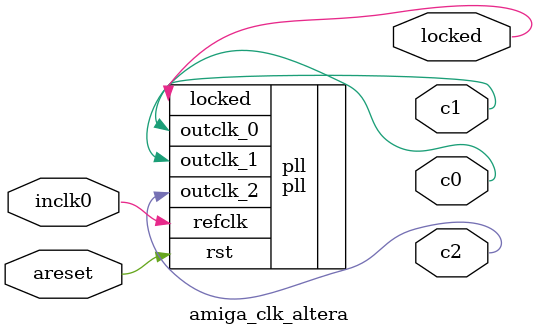
<source format=v>
module amiga_clk_altera
(
	input	  areset,
	input	  inclk0,
	output	  c0,
	output	  c1,
	output	  c2,
	output	  locked
);

pll pll
(
	.refclk(inclk0),
	.rst(areset),
	.outclk_0(c1),
	.outclk_1(c0),
	.outclk_2(c2),
	.locked(locked)
);


endmodule

</source>
